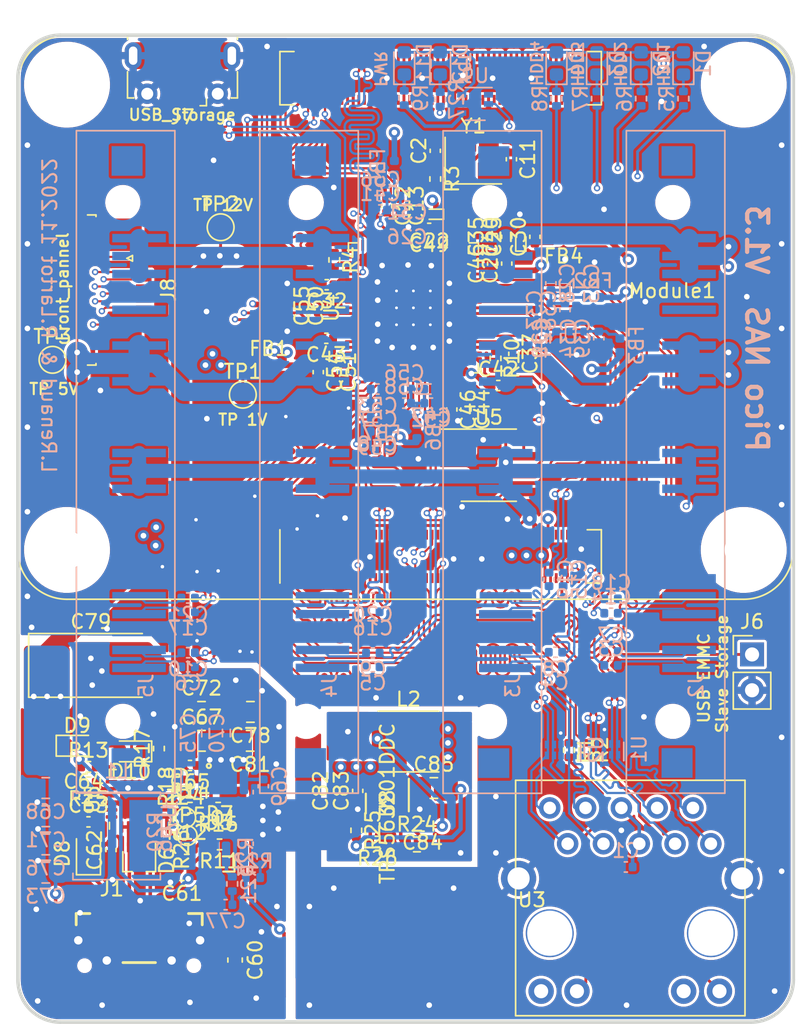
<source format=kicad_pcb>
(kicad_pcb (version 20211014) (generator pcbnew)

  (general
    (thickness 0.99)
  )

  (paper "A4")
  (layers
    (0 "F.Cu" signal)
    (1 "In1.Cu" power)
    (2 "In2.Cu" power)
    (31 "B.Cu" signal)
    (32 "B.Adhes" user "B.Adhesive")
    (33 "F.Adhes" user "F.Adhesive")
    (34 "B.Paste" user)
    (35 "F.Paste" user)
    (36 "B.SilkS" user "B.Silkscreen")
    (37 "F.SilkS" user "F.Silkscreen")
    (38 "B.Mask" user)
    (39 "F.Mask" user)
    (40 "Dwgs.User" user "User.Drawings")
    (41 "Cmts.User" user "User.Comments")
    (42 "Eco1.User" user "User.Eco1")
    (43 "Eco2.User" user "User.Eco2")
    (44 "Edge.Cuts" user)
    (45 "Margin" user)
    (46 "B.CrtYd" user "B.Courtyard")
    (47 "F.CrtYd" user "F.Courtyard")
    (48 "B.Fab" user)
    (49 "F.Fab" user)
    (50 "User.1" user)
    (51 "User.2" user)
    (52 "User.3" user)
    (53 "User.4" user)
    (54 "User.5" user)
    (55 "User.6" user)
    (56 "User.7" user)
    (57 "User.8" user)
    (58 "User.9" user)
  )

  (setup
    (stackup
      (layer "F.SilkS" (type "Top Silk Screen") (color "White"))
      (layer "F.Paste" (type "Top Solder Paste"))
      (layer "F.Mask" (type "Top Solder Mask") (color "Black") (thickness 0.01))
      (layer "F.Cu" (type "copper") (thickness 0.035))
      (layer "dielectric 1" (type "prepreg") (thickness 0.1) (material "FR4") (epsilon_r 4.5) (loss_tangent 0.02))
      (layer "In1.Cu" (type "copper") (thickness 0.0175))
      (layer "dielectric 2" (type "core") (thickness 0.665) (material "FR4") (epsilon_r 4.5) (loss_tangent 0.02))
      (layer "In2.Cu" (type "copper") (thickness 0.0175))
      (layer "dielectric 3" (type "prepreg") (thickness 0.1) (material "FR4") (epsilon_r 4.5) (loss_tangent 0.02))
      (layer "B.Cu" (type "copper") (thickness 0.035))
      (layer "B.Mask" (type "Bottom Solder Mask") (color "Black") (thickness 0.01))
      (layer "B.Paste" (type "Bottom Solder Paste"))
      (layer "B.SilkS" (type "Bottom Silk Screen") (color "White"))
      (copper_finish "None")
      (dielectric_constraints yes)
    )
    (pad_to_mask_clearance 0)
    (aux_axis_origin 171.2 118.5)
    (grid_origin 171.2 118.5)
    (pcbplotparams
      (layerselection 0x0000030_7ffffff8)
      (disableapertmacros false)
      (usegerberextensions false)
      (usegerberattributes true)
      (usegerberadvancedattributes true)
      (creategerberjobfile false)
      (svguseinch false)
      (svgprecision 6)
      (excludeedgelayer true)
      (plotframeref false)
      (viasonmask false)
      (mode 1)
      (useauxorigin true)
      (hpglpennumber 1)
      (hpglpenspeed 20)
      (hpglpendiameter 15.000000)
      (dxfpolygonmode true)
      (dxfimperialunits false)
      (dxfusepcbnewfont true)
      (psnegative false)
      (psa4output false)
      (plotreference false)
      (plotvalue false)
      (plotinvisibletext false)
      (sketchpadsonfab false)
      (subtractmaskfromsilk false)
      (outputformat 3)
      (mirror false)
      (drillshape 0)
      (scaleselection 1)
      (outputdirectory "./")
    )
  )

  (net 0 "")
  (net 1 "GND")
  (net 2 "Net-(C1-Pad1)")
  (net 3 "Net-(R1-Pad2)")
  (net 4 "/CM4/PCIE_RX_P")
  (net 5 "Net-(R2-Pad2)")
  (net 6 "/CM4/PCIE_RX_N")
  (net 7 "Net-(R21-Pad2)")
  (net 8 "Net-(R22-Pad1)")
  (net 9 "unconnected-(J2-Pad18)")
  (net 10 "unconnected-(J3-Pad18)")
  (net 11 "unconnected-(J4-Pad18)")
  (net 12 "unconnected-(J5-Pad18)")
  (net 13 "/CM4/n_eeprom_en")
  (net 14 "unconnected-(J7-Pad1)")
  (net 15 "/CM4/USB-")
  (net 16 "/CM4/USB+")
  (net 17 "/CM4/OTG_ID")
  (net 18 "/CM4/TRD3+")
  (net 19 "/CM4/TRD1+")
  (net 20 "/CM4/TRD3-")
  (net 21 "/CM4/TRD1-")
  (net 22 "/CM4/TRD2+")
  (net 23 "/CM4/TRD0+")
  (net 24 "/CM4/TRD2-")
  (net 25 "/CM4/TRD0-")
  (net 26 "/CM4/LEDY")
  (net 27 "unconnected-(Module1-Pad16)")
  (net 28 "/CM4/LEDG")
  (net 29 "unconnected-(Module1-Pad18)")
  (net 30 "unconnected-(Module1-Pad19)")
  (net 31 "unconnected-(Module1-Pad20)")
  (net 32 "Net-(D11-Pad1)")
  (net 33 "unconnected-(Module1-Pad24)")
  (net 34 "unconnected-(Module1-Pad25)")
  (net 35 "unconnected-(Module1-Pad26)")
  (net 36 "unconnected-(Module1-Pad27)")
  (net 37 "unconnected-(Module1-Pad28)")
  (net 38 "unconnected-(Module1-Pad29)")
  (net 39 "unconnected-(Module1-Pad30)")
  (net 40 "unconnected-(Module1-Pad31)")
  (net 41 "unconnected-(Module1-Pad34)")
  (net 42 "unconnected-(Module1-Pad35)")
  (net 43 "unconnected-(Module1-Pad36)")
  (net 44 "unconnected-(Module1-Pad45)")
  (net 45 "unconnected-(Module1-Pad46)")
  (net 46 "unconnected-(Module1-Pad47)")
  (net 47 "unconnected-(Module1-Pad50)")
  (net 48 "unconnected-(Module1-Pad51)")
  (net 49 "unconnected-(Module1-Pad54)")
  (net 50 "unconnected-(Module1-Pad55)")
  (net 51 "unconnected-(Module1-Pad56)")
  (net 52 "unconnected-(Module1-Pad57)")
  (net 53 "unconnected-(Module1-Pad58)")
  (net 54 "unconnected-(Module1-Pad61)")
  (net 55 "unconnected-(Module1-Pad62)")
  (net 56 "unconnected-(Module1-Pad63)")
  (net 57 "unconnected-(Module1-Pad64)")
  (net 58 "unconnected-(Module1-Pad67)")
  (net 59 "unconnected-(Module1-Pad68)")
  (net 60 "unconnected-(Module1-Pad69)")
  (net 61 "unconnected-(Module1-Pad70)")
  (net 62 "unconnected-(Module1-Pad72)")
  (net 63 "unconnected-(Module1-Pad73)")
  (net 64 "unconnected-(Module1-Pad75)")
  (net 65 "Net-(C2-Pad1)")
  (net 66 "/PCIe_sata/TX00+")
  (net 67 "/PCIe_sata/TX0+")
  (net 68 "/PCIe_sata/TX01+")
  (net 69 "/PCIe_sata/TX1+")
  (net 70 "/PCIe_sata/TX02+")
  (net 71 "/PCIe_sata/TX2+")
  (net 72 "/PCIe_sata/TX03+")
  (net 73 "/PCIe_sata/TX3+")
  (net 74 "/PCIe_sata/TX00-")
  (net 75 "/PCIe_sata/TX0-")
  (net 76 "/PCIe_sata/TX01-")
  (net 77 "/PCIe_sata/TX1-")
  (net 78 "/PCIe_sata/TX02-")
  (net 79 "/PCIe_sata/TX2-")
  (net 80 "/PCIe_sata/TX03-")
  (net 81 "/PCIe_sata/TX3-")
  (net 82 "Net-(C11-Pad1)")
  (net 83 "Net-(C12-Pad2)")
  (net 84 "unconnected-(Module1-Pad76)")
  (net 85 "Net-(C13-Pad2)")
  (net 86 "/PCIe_sata/RX00-")
  (net 87 "/PCIe_sata/RX0-")
  (net 88 "/PCIe_sata/RX01-")
  (net 89 "/PCIe_sata/RX1-")
  (net 90 "/PCIe_sata/RX02-")
  (net 91 "/PCIe_sata/RX2-")
  (net 92 "/PCIe_sata/RX03-")
  (net 93 "/PCIe_sata/RX3-")
  (net 94 "/PCIe_sata/RX00+")
  (net 95 "/PCIe_sata/RX0+")
  (net 96 "/PCIe_sata/RX01+")
  (net 97 "/PCIe_sata/RX1+")
  (net 98 "/PCIe_sata/RX02+")
  (net 99 "/PCIe_sata/RX2+")
  (net 100 "/PCIe_sata/RX03+")
  (net 101 "/PCIe_sata/RX3+")
  (net 102 "/PCIe_sata/VAA2_0")
  (net 103 "/PCIe_sata/VAA2_1")
  (net 104 "/PCIe_sata/VAA1")
  (net 105 "/PCIe_sata/AVDD0")
  (net 106 "+3V3")
  (net 107 "/PCIe_sata/VAA2_2")
  (net 108 "/PCIe_sata/VAA2_3")
  (net 109 "Net-(D1-Pad1)")
  (net 110 "Net-(D2-Pad1)")
  (net 111 "Net-(D3-Pad1)")
  (net 112 "Net-(D4-Pad1)")
  (net 113 "+1V0")
  (net 114 "+1V8")
  (net 115 "+12V")
  (net 116 "/CM4/pwr_led")
  (net 117 "+5V")
  (net 118 "unconnected-(Module1-Pad80)")
  (net 119 "unconnected-(Module1-Pad82)")
  (net 120 "unconnected-(Module1-Pad89)")
  (net 121 "unconnected-(Module1-Pad91)")
  (net 122 "unconnected-(Module1-Pad92)")
  (net 123 "unconnected-(Module1-Pad94)")
  (net 124 "Net-(D12-Pad1)")
  (net 125 "unconnected-(Module1-Pad96)")
  (net 126 "unconnected-(Module1-Pad97)")
  (net 127 "unconnected-(Module1-Pad100)")
  (net 128 "/CM4/PCIE_CLK_nREQ")
  (net 129 "unconnected-(Module1-Pad104)")
  (net 130 "unconnected-(Module1-Pad106)")
  (net 131 "/CM4/PCIE_nRST")
  (net 132 "/CM4/PCIE_CLK_P")
  (net 133 "unconnected-(Module1-Pad111)")
  (net 134 "/CM4/PCIE_CLK_N")
  (net 135 "unconnected-(Module1-Pad115)")
  (net 136 "unconnected-(Module1-Pad117)")
  (net 137 "unconnected-(Module1-Pad121)")
  (net 138 "/CM4/PCIE_TX_P")
  (net 139 "unconnected-(Module1-Pad123)")
  (net 140 "/CM4/PCIE_TX_N")
  (net 141 "Net-(R3-Pad2)")
  (net 142 "unconnected-(Module1-Pad127)")
  (net 143 "unconnected-(Module1-Pad128)")
  (net 144 "/PCIe_sata/led1")
  (net 145 "/PCIe_sata/led2")
  (net 146 "/PCIe_sata/led3")
  (net 147 "/PCIe_sata/led4")
  (net 148 "Net-(R10-Pad1)")
  (net 149 "unconnected-(Module1-Pad129)")
  (net 150 "unconnected-(Module1-Pad130)")
  (net 151 "unconnected-(Module1-Pad133)")
  (net 152 "unconnected-(Module1-Pad134)")
  (net 153 "unconnected-(Module1-Pad135)")
  (net 154 "unconnected-(Module1-Pad136)")
  (net 155 "unconnected-(Module1-Pad139)")
  (net 156 "unconnected-(Module1-Pad140)")
  (net 157 "unconnected-(Module1-Pad141)")
  (net 158 "unconnected-(Module1-Pad142)")
  (net 159 "unconnected-(Module1-Pad143)")
  (net 160 "unconnected-(Module1-Pad145)")
  (net 161 "unconnected-(Module1-Pad146)")
  (net 162 "unconnected-(Module1-Pad147)")
  (net 163 "unconnected-(Module1-Pad148)")
  (net 164 "unconnected-(Module1-Pad149)")
  (net 165 "unconnected-(Module1-Pad151)")
  (net 166 "unconnected-(Module1-Pad152)")
  (net 167 "unconnected-(Module1-Pad153)")
  (net 168 "unconnected-(Module1-Pad154)")
  (net 169 "unconnected-(Module1-Pad157)")
  (net 170 "unconnected-(Module1-Pad158)")
  (net 171 "unconnected-(Module1-Pad159)")
  (net 172 "unconnected-(Module1-Pad160)")
  (net 173 "unconnected-(Module1-Pad163)")
  (net 174 "unconnected-(Module1-Pad164)")
  (net 175 "unconnected-(Module1-Pad165)")
  (net 176 "unconnected-(Module1-Pad166)")
  (net 177 "unconnected-(Module1-Pad169)")
  (net 178 "unconnected-(Module1-Pad170)")
  (net 179 "unconnected-(Module1-Pad171)")
  (net 180 "unconnected-(Module1-Pad172)")
  (net 181 "unconnected-(Module1-Pad175)")
  (net 182 "unconnected-(Module1-Pad176)")
  (net 183 "unconnected-(Module1-Pad177)")
  (net 184 "unconnected-(Module1-Pad178)")
  (net 185 "unconnected-(Module1-Pad181)")
  (net 186 "unconnected-(Module1-Pad182)")
  (net 187 "unconnected-(Module1-Pad183)")
  (net 188 "unconnected-(Module1-Pad184)")
  (net 189 "unconnected-(Module1-Pad187)")
  (net 190 "unconnected-(Module1-Pad188)")
  (net 191 "unconnected-(Module1-Pad189)")
  (net 192 "unconnected-(Module1-Pad190)")
  (net 193 "unconnected-(Module1-Pad193)")
  (net 194 "unconnected-(Module1-Pad194)")
  (net 195 "unconnected-(Module1-Pad195)")
  (net 196 "unconnected-(Module1-Pad196)")
  (net 197 "unconnected-(Module1-Pad199)")
  (net 198 "unconnected-(Module1-Pad200)")
  (net 199 "/PCIe_sata/SPI_DO")
  (net 200 "/PCIe_sata/SPI_CS")
  (net 201 "/PCIe_sata/SPI_DI")
  (net 202 "Net-(C66-Pad2)")
  (net 203 "Net-(C66-Pad1)")
  (net 204 "Net-(C69-Pad2)")
  (net 205 "Net-(C77-Pad2)")
  (net 206 "Net-(L1-Pad1)")
  (net 207 "/PCIe_sata/SPI_CLK")
  (net 208 "unconnected-(U4-Pad21)")
  (net 209 "unconnected-(U4-Pad38)")
  (net 210 "VBUS")
  (net 211 "Net-(C61-Pad1)")
  (net 212 "Net-(C63-Pad2)")
  (net 213 "Net-(C64-Pad2)")
  (net 214 "Net-(C65-Pad2)")
  (net 215 "Net-(D9-Pad1)")
  (net 216 "Net-(D10-Pad1)")
  (net 217 "/Power/CC1")
  (net 218 "/Power/CC2")
  (net 219 "Net-(Q1-Pad3)")
  (net 220 "/Power/SCL")
  (net 221 "/Power/Vbus_vs_Disch")
  (net 222 "/Power/SDA")
  (net 223 "Net-(R15-Pad1)")
  (net 224 "Net-(R17-Pad1)")
  (net 225 "Net-(R18-Pad2)")
  (net 226 "unconnected-(U4-Pad60)")
  (net 227 "unconnected-(U4-Pad63)")
  (net 228 "unconnected-(U4-Pad64)")
  (net 229 "unconnected-(U4-Pad65)")
  (net 230 "unconnected-(U4-Pad66)")
  (net 231 "unconnected-(U4-Pad67)")
  (net 232 "unconnected-(U4-Pad72)")
  (net 233 "unconnected-(U4-Pad73)")
  (net 234 "unconnected-(U4-Pad74)")
  (net 235 "unconnected-(U4-Pad75)")
  (net 236 "unconnected-(U4-Pad76)")
  (net 237 "unconnected-(U6-Pad3)")
  (net 238 "unconnected-(U6-Pad11)")
  (net 239 "unconnected-(U6-Pad15)")
  (net 240 "unconnected-(U6-Pad17)")
  (net 241 "unconnected-(U6-Pad19)")
  (net 242 "VDD")
  (net 243 "unconnected-(U4-Pad35)")
  (net 244 "unconnected-(U4-Pad37)")
  (net 245 "unconnected-(U4-Pad43)")
  (net 246 "unconnected-(U4-Pad46)")
  (net 247 "unconnected-(U4-Pad47)")
  (net 248 "unconnected-(U4-Pad48)")
  (net 249 "unconnected-(U4-Pad49)")
  (net 250 "unconnected-(U4-Pad50)")
  (net 251 "unconnected-(U4-Pad57)")
  (net 252 "Net-(C84-Pad2)")
  (net 253 "Net-(R24-Pad1)")
  (net 254 "Net-(R25-Pad1)")
  (net 255 "Net-(C84-Pad1)")
  (net 256 "unconnected-(U8-Pad5)")
  (net 257 "Net-(Module1-Pad21)")
  (net 258 "Net-(R9-Pad1)")
  (net 259 "Net-(R28-Pad1)")
  (net 260 "/CM4/screen_MOSI")
  (net 261 "/CM4/screen_CLK")
  (net 262 "/CM4/screen_CS")
  (net 263 "/CM4/screen_DC")
  (net 264 "/CM4/screen_RST")
  (net 265 "/CM4/screen_BL")
  (net 266 "/CM4/globalEN")
  (net 267 "unconnected-(Module1-Pad37)")
  (net 268 "unconnected-(Module1-Pad40)")

  (footprint "Capacitor_SMD:C_0402_1005Metric" (layer "F.Cu") (at 183.5 100.3 180))

  (footprint "Capacitor_SMD:C_0402_1005Metric" (layer "F.Cu") (at 200 104.6 180))

  (footprint "Resistor_SMD:R_0402_1005Metric" (layer "F.Cu") (at 181.75 106.25 -90))

  (footprint "Capacitor_SMD:C_0402_1005Metric" (layer "F.Cu") (at 177.9 106.3 90))

  (footprint "Capacitor_SMD:C_0805_2012Metric" (layer "F.Cu") (at 184.32 96.5))

  (footprint "Resistor_SMD:R_0402_1005Metric" (layer "F.Cu") (at 195.3 104.9 -90))

  (footprint "Capacitor_SMD:C_0402_1005Metric" (layer "F.Cu") (at 207.97 62.8 90))

  (footprint "Capacitor_SMD:C_0402_1005Metric" (layer "F.Cu") (at 206.475 71.1 -90))

  (footprint "Crystal:Crystal_SMD_Abracon_ABM8G-4Pin_3.2x2.5mm" (layer "F.Cu") (at 203.6 57.4))

  (footprint "LED_SMD:LED_0603_1608Metric" (layer "F.Cu") (at 179.3 99.3 180))

  (footprint "Capacitor_SMD:C_0402_1005Metric" (layer "F.Cu") (at 175.97 102.6))

  (footprint "Resistor_SMD:R_0402_1005Metric" (layer "F.Cu") (at 185.5 103.3 180))

  (footprint "Inductor_SMD:L_Coilcraft_XxL4020" (layer "F.Cu") (at 199 98.6))

  (footprint "TestPoint:TestPoint_Pad_D1.0mm" (layer "F.Cu") (at 183.3 105.275))

  (footprint "Capacitor_SMD:C_0402_1005Metric" (layer "F.Cu") (at 204.97 64.7 90))

  (footprint "Capacitor_SMD:C_0603_1608Metric" (layer "F.Cu") (at 194.2 102.1 90))

  (footprint "Resistor_SMD:R_0402_1005Metric" (layer "F.Cu") (at 184 101.8 90))

  (footprint "Capacitor_SMD:C_0402_1005Metric" (layer "F.Cu") (at 200.47 62.2 180))

  (footprint "Capacitor_SMD:C_0402_1005Metric" (layer "F.Cu") (at 192.6 72.4 -90))

  (footprint "CM4+NAS:1610" (layer "F.Cu") (at 185.6 107.30842 180))

  (footprint "Capacitor_SMD:C_0402_1005Metric" (layer "F.Cu") (at 206.3 57.3 -90))

  (footprint "Resistor_SMD:R_0402_1005Metric" (layer "F.Cu") (at 205.175 71.425 -90))

  (footprint "Connector_PinHeader_2.54mm:PinHeader_1x02_P2.54mm_Vertical" (layer "F.Cu") (at 223.37 92.425))

  (footprint "Resistor_SMD:R_0402_1005Metric" (layer "F.Cu") (at 211.47 99.2 -90))

  (footprint "Resistor_SMD:R_0402_1005Metric" (layer "F.Cu") (at 200.9 58.7 -90))

  (footprint "Capacitor_SMD:C_0402_1005Metric" (layer "F.Cu") (at 205.97 64.7 90))

  (footprint "Capacitor_Tantalum_SMD:CP_EIA-7343-31_Kemet-D" (layer "F.Cu") (at 176.47 93.2))

  (footprint "Capacitor_SMD:C_0402_1005Metric" (layer "F.Cu") (at 193.6 67.7 90))

  (footprint "Capacitor_SMD:C_0603_1608Metric" (layer "F.Cu") (at 182.925 107.95 180))

  (footprint "Resistor_SMD:R_0402_1005Metric" (layer "F.Cu") (at 210.385 99.21 -90))

  (footprint "Capacitor_SMD:C_0805_2012Metric" (layer "F.Cu") (at 184.32 98.55))

  (footprint "Resistor_SMD:R_0402_1005Metric" (layer "F.Cu") (at 193.74 64.44 -90))

  (footprint "Capacitor_SMD:C_0402_1005Metric" (layer "F.Cu") (at 197.45 60.6 -90))

  (footprint "Capacitor_SMD:C_0402_1005Metric" (layer "F.Cu") (at 193.2 66.2 180))

  (footprint "Package_TO_SOT_SMD:SOT-323_SC-70" (layer "F.Cu") (at 179.9 107.1 -90))

  (footprint "Capacitor_SMD:C_0805_2012Metric" (layer "F.Cu") (at 187.77 98.55 180))

  (footprint "Capacitor_SMD:C_0402_1005Metric" (layer "F.Cu") (at 205.37 73.35))

  (footprint "Resistor_SMD:R_0603_1608Metric" (layer "F.Cu") (at 199.6 105.9))

  (footprint "Capacitor_SMD:C_0402_1005Metric" (layer "F.Cu") (at 203.075 75.05 -90))

  (footprint "Capacitor_SMD:C_0402_1005Metric" (layer "F.Cu") (at 193.17 70 180))

  (footprint "Package_DFN_QFN:QFN-24-1EP_4x4mm_P0.5mm_EP2.7x2.7mm" (layer "F.Cu") (at 179.9 102.7 90))

  (footprint "TestPoint:TestPoint_Pad_D1.5mm" (layer "F.Cu") (at 185.675 62.125))

  (footprint "Inductor_SMD:L_0402_1005Metric" (layer "F.Cu") (at 210 63 180))

  (footprint "CM4+NAS:TPS56339DDCR" (layer "F.Cu") (at 197.5 103 -90))

  (footprint "Resistor_SMD:R_0402_1005Metric" (layer "F.Cu") (at 183.275 106.225))

  (footprint "Connector_FFC-FPC:TE_1-1734839-0_1x10-1MP_P0.5mm_Horizontal" (layer "F.Cu") (at 178.875 66.575 -90))

  (footprint "TestPoint:TestPoint_Pad_D1.0mm" (layer "F.Cu") (at 183.2 104))

  (footprint "Capacitor_SMD:C_0603_1608Metric" (layer "F.Cu") (at 186.7 114.1 -90))

  (footprint "CM4+NAS:UDFN6B" (layer "F.Cu") (at 185.9 101.4))

  (footprint "CM4+NAS:C_POL_0402_1005Metric" (layer "F.Cu") (at 206.97 62.8 90))

  (footprint "Capacitor_SMD:C_0402_1005Metric" (layer "F.Cu") (at 198.4 60.6 -90))

  (footprint "CM4+NAS:C_POL_0402_1005Metric" (layer "F.Cu") (at 200.47 61.2 180))

  (footprint "Capacitor_SMD:C_0805_2012Metric" (layer "F.Cu") (at 200.8 101.9))

  (footprint "Resistor_SMD:R_0402_1005Metric" (layer "F.Cu") (at 176.3 100.4))

  (footprint "Resistor_SMD:R_0402_1005Metric" (layer "F.Cu") (at 183 101.8 90))

  (footprint "Capacitor_SMD:C_0402_1005Metric" (layer "F.Cu") (at 195.4 102.1 90))

  (footprint "Capacitor_SMD:C_0402_1005Metric" (layer "F.Cu")
    (tedit 5F68FEEE) (tstamp c97dbbd5-0a8c-4df8-8f83-a88720b9bd8b)
    (at 193.6 72.4 -90)
    (descr "Capacitor SMD 0402 (1005 Metric), square (rectangular) end terminal, IPC_7351 nominal, (Body size source: IPC-SM-782 page 76, https://www.pcb-3d.com/wordpress/wp-content/uploads/ipc-sm-782a_amendment_1_and_2.pdf), generated with kicad-footprint-generator")
    (tags "capacitor")
    (property "MFR" "Kemet")
    (property "MPN" "F981A225MUA ")
    (property "Sheetfile" "PCIe_sata.kicad_sch")
    (property "Sheetname" "PCIe_sata")
    (path "/2c979e14-b388-4161-9e61-0df9b5317aa8/f0db51fc-6c68-4853-9f11-e04b298aa4b9")
    (attr smd)
    (fp_text reference "C51" (at 0 -1.16 90) (layer "F.SilkS")
      (effects (font (size 1 1) (thickness 0.15)))
      (tstamp 7cc69e7b-6b8f-4a74-8c7e-085cbc9f900d)
    )
    (fp_text value "10n" (at 0 1.16 90) (layer "F.Fab")
      (effects (font (size 1 1) (thickness 0.15)))
      (tstamp 8e81fe87-cae3-48bb-85f8-1c3df443ad19)
    )
    (fp_text user "${REFERENCE}" (at 0 0 90) (layer "F.Fab")
      (effects (font (size 0.25 0.25) (thickness 0.04)))
      (tstamp 4a80d056-dd21-4dc2-8446-10d83ab49229)
    )
    (fp_line (start -0.107836 0.36) (end 0.107836 0.36) (layer "F.SilkS") (width 0.12) (tstamp 507b0a73-996c-414d-bd34-9a11c8abba03))
    (fp_line (start -0.107836 -0.36) (end 0.107836 -0.36) (layer "F.SilkS") (width 0.12) (tstamp 7a072aac-4d06-4cf1-abb7-898692de1868))
    (fp_line (start 0.91 0.46) (end -0.91 0.46) (layer "F.CrtYd") (width 0.05) (tstamp 0232d246-f5f5-46e2-b59a-b149a4949020))
    (fp_line (start 0.91 -0.46) (end 0.91 0.46) (layer "F.CrtYd") (width 0.05) (tstamp 1630cc18-6f58-4996-aafc-95523fcfec17))
    (fp_line (start -0.91 0.46) (end -0.91 -0.46) (layer "F.CrtYd") (width 0.05) (tstamp 2d2716b8-5ac2-4782-8382-fec83808a5ce))
    (fp_line (start 
... [3364369 chars truncated]
</source>
